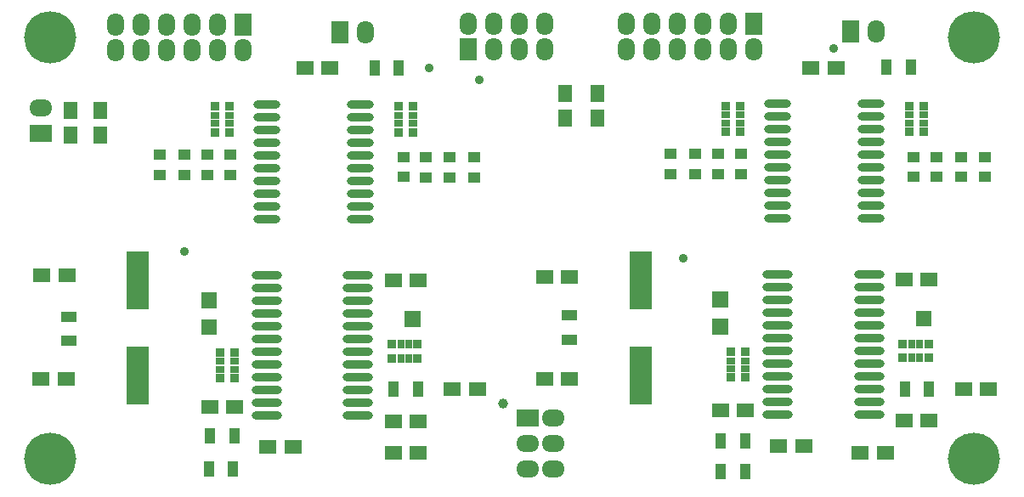
<source format=gts>
%FSLAX25Y25*%
%MOIN*%
G70*
G01*
G75*
G04 Layer_Color=8388736*
%ADD10R,0.03937X0.03150*%
%ADD11R,0.02756X0.02559*%
%ADD12R,0.02756X0.01969*%
%ADD13R,0.02559X0.02756*%
%ADD14R,0.01969X0.02756*%
%ADD15R,0.05118X0.03543*%
%ADD16R,0.03543X0.05118*%
%ADD17R,0.04921X0.05906*%
%ADD18R,0.05906X0.04921*%
%ADD19O,0.11221X0.02362*%
%ADD20O,0.09843X0.02362*%
%ADD21R,0.08268X0.22047*%
%ADD22R,0.02362X0.05512*%
%ADD23C,0.02362*%
%ADD24C,0.01969*%
%ADD25C,0.01000*%
%ADD26C,0.01181*%
%ADD27C,0.19685*%
%ADD28R,0.05906X0.08268*%
%ADD29O,0.05906X0.08268*%
%ADD30R,0.08268X0.05906*%
%ADD31O,0.08268X0.05906*%
%ADD32C,0.02756*%
%ADD33C,0.03150*%
%ADD34C,0.02165*%
%ADD35C,0.00984*%
%ADD36C,0.00787*%
%ADD37R,0.04724X0.03937*%
%ADD38R,0.03543X0.03347*%
%ADD39R,0.03543X0.02756*%
%ADD40R,0.03347X0.03543*%
%ADD41R,0.02756X0.03543*%
%ADD42R,0.05906X0.04331*%
%ADD43R,0.04331X0.05906*%
%ADD44R,0.05709X0.06693*%
%ADD45R,0.06693X0.05709*%
%ADD46O,0.12008X0.03150*%
%ADD47O,0.10630X0.03150*%
%ADD48R,0.09055X0.22835*%
%ADD49C,0.20472*%
%ADD50R,0.06693X0.09055*%
%ADD51O,0.06693X0.09055*%
%ADD52R,0.09055X0.06693*%
%ADD53O,0.09055X0.06693*%
%ADD54C,0.03543*%
%ADD55C,0.03937*%
G36*
X633465Y362795D02*
X627165D01*
Y369094D01*
X633465D01*
Y362795D01*
D02*
G37*
G36*
X753937Y359842D02*
X747638D01*
Y366142D01*
X753937D01*
Y359842D01*
D02*
G37*
G36*
X553543Y359646D02*
X547244D01*
Y365945D01*
X553543D01*
Y359646D01*
D02*
G37*
G36*
X753937Y370472D02*
X747638D01*
Y376772D01*
X753937D01*
Y370472D01*
D02*
G37*
G36*
X553543Y370275D02*
X547244D01*
Y376575D01*
X553543D01*
Y370275D01*
D02*
G37*
G36*
X833858Y362992D02*
X827559D01*
Y369291D01*
X833858D01*
Y362992D01*
D02*
G37*
D37*
X531102Y422638D02*
D03*
Y430512D02*
D03*
X740945Y422835D02*
D03*
Y430709D02*
D03*
X540551Y422638D02*
D03*
Y430512D02*
D03*
X750000Y422835D02*
D03*
Y430709D02*
D03*
X549606Y422638D02*
D03*
Y430512D02*
D03*
X759055Y422835D02*
D03*
Y430709D02*
D03*
X558661Y422638D02*
D03*
Y430512D02*
D03*
X854724Y421654D02*
D03*
Y429528D02*
D03*
X654331Y421457D02*
D03*
Y429331D02*
D03*
X845276Y421654D02*
D03*
Y429528D02*
D03*
X644882Y421457D02*
D03*
Y429331D02*
D03*
X835827Y421654D02*
D03*
Y429528D02*
D03*
X635433Y421457D02*
D03*
Y429331D02*
D03*
X826772Y421654D02*
D03*
Y429528D02*
D03*
X626772Y421654D02*
D03*
Y429528D02*
D03*
X731496Y422835D02*
D03*
Y430709D02*
D03*
D38*
X558268Y439272D02*
D03*
X552756D02*
D03*
X558268Y449311D02*
D03*
X552756D02*
D03*
X758661Y439468D02*
D03*
X753150D02*
D03*
X758661Y449508D02*
D03*
X753150D02*
D03*
X624803Y449311D02*
D03*
X630315D02*
D03*
X624803Y439272D02*
D03*
X630315D02*
D03*
X825197Y449508D02*
D03*
X830709D02*
D03*
X825197Y439468D02*
D03*
X830709D02*
D03*
X560236Y342815D02*
D03*
X554724D02*
D03*
X560236Y352854D02*
D03*
X554724D02*
D03*
X760630Y343012D02*
D03*
X755118D02*
D03*
X760630Y353051D02*
D03*
X755118D02*
D03*
D39*
X558268Y442716D02*
D03*
X552756D02*
D03*
X558268Y445866D02*
D03*
X552756D02*
D03*
X758661Y442913D02*
D03*
X753150D02*
D03*
X758661Y446063D02*
D03*
X753150D02*
D03*
X624803Y445866D02*
D03*
X630315D02*
D03*
X624803Y442716D02*
D03*
X630315D02*
D03*
X825197Y446063D02*
D03*
X830709D02*
D03*
X825197Y442913D02*
D03*
X830709D02*
D03*
X560236Y346260D02*
D03*
X554724D02*
D03*
X560236Y349409D02*
D03*
X554724D02*
D03*
X760630Y346457D02*
D03*
X755118D02*
D03*
X760630Y349606D02*
D03*
X755118D02*
D03*
D40*
X632185Y356102D02*
D03*
Y350590D02*
D03*
X622146Y356102D02*
D03*
Y350590D02*
D03*
X832579Y356299D02*
D03*
Y350787D02*
D03*
X822539Y356299D02*
D03*
Y350787D02*
D03*
D41*
X628740Y356102D02*
D03*
Y350590D02*
D03*
X625591Y356102D02*
D03*
Y350590D02*
D03*
X829134Y356299D02*
D03*
Y350787D02*
D03*
X825984Y356299D02*
D03*
Y350787D02*
D03*
D42*
X495276Y366929D02*
D03*
Y357480D02*
D03*
X691732Y367323D02*
D03*
Y357874D02*
D03*
D43*
X559842Y307087D02*
D03*
X550394D02*
D03*
X751181Y306299D02*
D03*
X760630D02*
D03*
X622835Y338386D02*
D03*
X632283D02*
D03*
X823228Y338583D02*
D03*
X832677D02*
D03*
X825591Y464665D02*
D03*
X816142D02*
D03*
X624803Y464468D02*
D03*
X615354D02*
D03*
X751181Y318110D02*
D03*
X760630D02*
D03*
X550787Y320079D02*
D03*
X560236D02*
D03*
D44*
X702756Y444685D02*
D03*
Y454528D02*
D03*
X690158Y444685D02*
D03*
Y454528D02*
D03*
X507874Y447835D02*
D03*
Y437992D02*
D03*
X496063Y447835D02*
D03*
Y437992D02*
D03*
D45*
X645866Y338386D02*
D03*
X655709D02*
D03*
X846260Y338583D02*
D03*
X856102D02*
D03*
X622638Y381299D02*
D03*
X632480D02*
D03*
X823032Y381496D02*
D03*
X832874D02*
D03*
X632480Y313583D02*
D03*
X622638D02*
D03*
X805709Y313386D02*
D03*
X815551D02*
D03*
X622638Y325787D02*
D03*
X632480D02*
D03*
X823032Y325984D02*
D03*
X832874D02*
D03*
X583268Y315945D02*
D03*
X573425D02*
D03*
X783661Y316142D02*
D03*
X773819D02*
D03*
X494291Y342520D02*
D03*
X484449D02*
D03*
X691732Y342559D02*
D03*
X681890D02*
D03*
X494685Y383071D02*
D03*
X484842D02*
D03*
X691732Y382559D02*
D03*
X681890D02*
D03*
X550591Y331496D02*
D03*
X560433D02*
D03*
X750984Y330118D02*
D03*
X760827D02*
D03*
X786417Y464370D02*
D03*
X796260D02*
D03*
X587992Y464468D02*
D03*
X597835D02*
D03*
D46*
X573032Y383209D02*
D03*
Y378209D02*
D03*
Y373209D02*
D03*
Y368209D02*
D03*
Y363209D02*
D03*
Y358209D02*
D03*
Y353209D02*
D03*
Y348209D02*
D03*
Y343209D02*
D03*
Y338209D02*
D03*
Y333209D02*
D03*
Y328209D02*
D03*
X608858Y383209D02*
D03*
Y378209D02*
D03*
Y373209D02*
D03*
Y368209D02*
D03*
Y363209D02*
D03*
Y358209D02*
D03*
Y353209D02*
D03*
Y348209D02*
D03*
Y343209D02*
D03*
Y338209D02*
D03*
Y333209D02*
D03*
Y328209D02*
D03*
X773425Y383405D02*
D03*
Y378405D02*
D03*
Y373405D02*
D03*
Y368405D02*
D03*
Y363405D02*
D03*
Y358405D02*
D03*
Y353405D02*
D03*
Y348405D02*
D03*
Y343405D02*
D03*
Y338405D02*
D03*
Y333405D02*
D03*
Y328405D02*
D03*
X809252Y383405D02*
D03*
Y378405D02*
D03*
Y373405D02*
D03*
Y368405D02*
D03*
Y363405D02*
D03*
Y358405D02*
D03*
Y353405D02*
D03*
Y348405D02*
D03*
Y343405D02*
D03*
Y338405D02*
D03*
Y333405D02*
D03*
Y328405D02*
D03*
D47*
X573032Y450256D02*
D03*
Y445256D02*
D03*
Y440256D02*
D03*
Y435256D02*
D03*
Y430256D02*
D03*
Y425256D02*
D03*
Y420256D02*
D03*
Y415256D02*
D03*
Y410256D02*
D03*
Y405256D02*
D03*
X609646Y450256D02*
D03*
Y445256D02*
D03*
Y440256D02*
D03*
Y435256D02*
D03*
Y430256D02*
D03*
Y425256D02*
D03*
Y420256D02*
D03*
Y415256D02*
D03*
Y410256D02*
D03*
Y405256D02*
D03*
X773425Y450453D02*
D03*
Y445453D02*
D03*
Y440453D02*
D03*
Y435453D02*
D03*
Y430453D02*
D03*
Y425453D02*
D03*
Y420453D02*
D03*
Y415453D02*
D03*
Y410453D02*
D03*
Y405453D02*
D03*
X810039Y450453D02*
D03*
Y445453D02*
D03*
Y440453D02*
D03*
Y435453D02*
D03*
Y430453D02*
D03*
Y425453D02*
D03*
Y420453D02*
D03*
Y415453D02*
D03*
Y410453D02*
D03*
Y405453D02*
D03*
D48*
X522441Y343898D02*
D03*
Y381299D02*
D03*
X719811Y343858D02*
D03*
Y381260D02*
D03*
D49*
X850394Y476378D02*
D03*
X488189D02*
D03*
Y311024D02*
D03*
X850394D02*
D03*
D50*
X601575Y478543D02*
D03*
X764094Y481653D02*
D03*
X801968Y478740D02*
D03*
X652047Y471654D02*
D03*
X563701Y481457D02*
D03*
D51*
X611575Y478543D02*
D03*
X714094Y471654D02*
D03*
Y481653D02*
D03*
X724094Y471654D02*
D03*
Y481653D02*
D03*
X734094Y471654D02*
D03*
Y481653D02*
D03*
X744095Y471654D02*
D03*
Y481653D02*
D03*
X754095Y471654D02*
D03*
Y481653D02*
D03*
X764094Y471654D02*
D03*
X811969Y478740D02*
D03*
X682047Y481653D02*
D03*
Y471654D02*
D03*
X672047Y481653D02*
D03*
Y471654D02*
D03*
X662047Y481653D02*
D03*
Y471654D02*
D03*
X652047Y481653D02*
D03*
X513701Y471457D02*
D03*
Y481457D02*
D03*
X523701Y471457D02*
D03*
Y481457D02*
D03*
X533701Y471457D02*
D03*
Y481457D02*
D03*
X543701Y471457D02*
D03*
Y481457D02*
D03*
X553701Y471457D02*
D03*
Y481457D02*
D03*
X563701Y471457D02*
D03*
D52*
X484252Y438819D02*
D03*
X675433Y327087D02*
D03*
D53*
X484252Y448819D02*
D03*
X685433Y327087D02*
D03*
X675433Y317087D02*
D03*
X685433D02*
D03*
X675433Y307087D02*
D03*
X685433D02*
D03*
D54*
X540551Y392520D02*
D03*
X736417Y389764D02*
D03*
X795276Y472047D02*
D03*
X656496Y459646D02*
D03*
X636811Y464370D02*
D03*
D55*
X665748Y332677D02*
D03*
M02*

</source>
